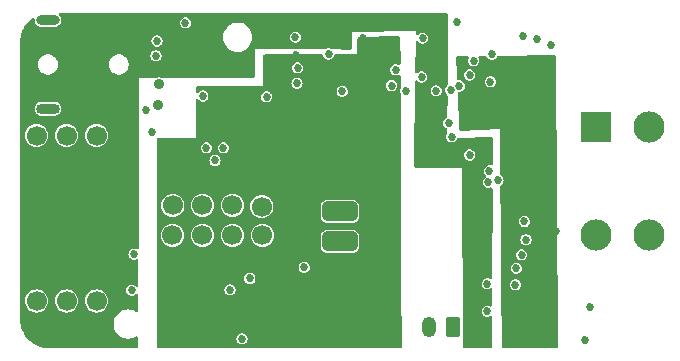
<source format=gbr>
%TF.GenerationSoftware,KiCad,Pcbnew,8.0.4*%
%TF.CreationDate,2025-03-23T22:29:41-04:00*%
%TF.ProjectId,wsg3.0,77736733-2e30-42e6-9b69-6361645f7063,rev?*%
%TF.SameCoordinates,Original*%
%TF.FileFunction,Copper,L3,Inr*%
%TF.FilePolarity,Positive*%
%FSLAX46Y46*%
G04 Gerber Fmt 4.6, Leading zero omitted, Abs format (unit mm)*
G04 Created by KiCad (PCBNEW 8.0.4) date 2025-03-23 22:29:41*
%MOMM*%
%LPD*%
G01*
G04 APERTURE LIST*
G04 Aperture macros list*
%AMRoundRect*
0 Rectangle with rounded corners*
0 $1 Rounding radius*
0 $2 $3 $4 $5 $6 $7 $8 $9 X,Y pos of 4 corners*
0 Add a 4 corners polygon primitive as box body*
4,1,4,$2,$3,$4,$5,$6,$7,$8,$9,$2,$3,0*
0 Add four circle primitives for the rounded corners*
1,1,$1+$1,$2,$3*
1,1,$1+$1,$4,$5*
1,1,$1+$1,$6,$7*
1,1,$1+$1,$8,$9*
0 Add four rect primitives between the rounded corners*
20,1,$1+$1,$2,$3,$4,$5,0*
20,1,$1+$1,$4,$5,$6,$7,0*
20,1,$1+$1,$6,$7,$8,$9,0*
20,1,$1+$1,$8,$9,$2,$3,0*%
G04 Aperture macros list end*
%TA.AperFunction,ComponentPad*%
%ADD10C,1.700000*%
%TD*%
%TA.AperFunction,ComponentPad*%
%ADD11R,2.640000X2.640000*%
%TD*%
%TA.AperFunction,ComponentPad*%
%ADD12C,2.640000*%
%TD*%
%TA.AperFunction,ComponentPad*%
%ADD13RoundRect,0.250000X0.350000X0.625000X-0.350000X0.625000X-0.350000X-0.625000X0.350000X-0.625000X0*%
%TD*%
%TA.AperFunction,ComponentPad*%
%ADD14O,1.200000X1.750000*%
%TD*%
%TA.AperFunction,ComponentPad*%
%ADD15RoundRect,0.425000X-1.075000X-0.425000X1.075000X-0.425000X1.075000X0.425000X-1.075000X0.425000X0*%
%TD*%
%TA.AperFunction,ComponentPad*%
%ADD16O,2.000000X0.822200*%
%TD*%
%TA.AperFunction,ComponentPad*%
%ADD17O,2.000000X0.898400*%
%TD*%
%TA.AperFunction,ViaPad*%
%ADD18C,0.685800*%
%TD*%
%TA.AperFunction,ViaPad*%
%ADD19C,0.889000*%
%TD*%
G04 APERTURE END LIST*
D10*
%TO.N,USB_D-*%
%TO.C,J3*%
X1480000Y-24490000D03*
%TO.N,GNDA*%
X4020000Y-24490000D03*
%TO.N,USB_D+*%
X6560000Y-24490000D03*
%TO.N,GNDA*%
X1480000Y-10490000D03*
%TO.N,5V USB*%
X4020000Y-10490000D03*
%TO.N,Net-(J3-CC)*%
X6560000Y-10490000D03*
%TD*%
D11*
%TO.N,S+*%
%TO.C,J1*%
X48850000Y-9750000D03*
D12*
%TO.N,S-*%
X53300000Y-9750000D03*
%TO.N,Gage Excitation*%
X53300000Y-18870000D03*
%TO.N,GNDA*%
X48850000Y-18870000D03*
%TD*%
D13*
%TO.N,BAT-*%
%TO.C,J4*%
X36740000Y-26670000D03*
D14*
%TO.N,BAT+*%
X34740000Y-26670000D03*
%TD*%
D15*
%TO.N,GNDA*%
%TO.C,U1*%
X27161700Y-16916400D03*
%TO.N,BAT+*%
X27161700Y-19456400D03*
D10*
%TO.N,unconnected-(U1-MTDO-Pad17)*%
X12988500Y-18948400D03*
%TO.N,unconnected-(U1-MTDI-Pad18)*%
X13016500Y-16408400D03*
%TO.N,unconnected-(U1-GND-Pad19)*%
X15528500Y-18948400D03*
%TO.N,unconnected-(U1-EN-Pad20)*%
X15528500Y-16408400D03*
%TO.N,unconnected-(U1-MTCK-Pad21)*%
X18068500Y-18948400D03*
%TO.N,unconnected-(U1-MTMS-Pad22)*%
X18068500Y-16408400D03*
%TO.N,unconnected-(U1-3v3-Pad23)*%
X20608500Y-18948400D03*
%TO.N,unconnected-(U1-BOOT-Pad24)*%
X20551700Y-16501000D03*
%TD*%
D16*
%TO.N,unconnected-(J2-PadMH1)*%
%TO.C,J2*%
X2440000Y-720000D03*
D17*
%TO.N,unconnected-(J2-PadMH2)*%
X2440000Y-8220000D03*
%TD*%
D18*
%TO.N,GNDA*%
X36530000Y-6640000D03*
X35310000Y-6710000D03*
X15860000Y-11530000D03*
X39740000Y-14450000D03*
X26200000Y-3585000D03*
X42550000Y-20590000D03*
X10750000Y-8300000D03*
X11590000Y-3730000D03*
X42100000Y-21720000D03*
X42030000Y-23110000D03*
X11670000Y-2480000D03*
X37280000Y-6290000D03*
X42920000Y-19310000D03*
X23596600Y-4760000D03*
X9540000Y-23580000D03*
X42780000Y-17760000D03*
X43810000Y-2290000D03*
X39660000Y-25370000D03*
X40540000Y-14260000D03*
X39810000Y-13470000D03*
X38490000Y-4136900D03*
X39640000Y-23030000D03*
X39906100Y-5930000D03*
X16590000Y-12600000D03*
X40050000Y-3610000D03*
X14090000Y-950000D03*
X36620000Y-10580000D03*
X17300000Y-11530000D03*
X47950000Y-27790000D03*
%TO.N,5V5*%
X9290000Y-12310000D03*
X16310000Y-4540000D03*
X39370000Y-19700000D03*
X39700000Y-24150000D03*
X39650000Y-26760000D03*
X35850000Y-890000D03*
X39180000Y-16200000D03*
%TO.N,DAC Bias*%
X38150000Y-5360000D03*
X42625000Y-2095000D03*
X38160000Y-12140000D03*
%TO.N,3V3*%
X31913400Y-2480000D03*
X32000000Y-16190000D03*
X19030000Y-11550000D03*
X29150000Y-3560000D03*
X19700000Y-12680000D03*
X29160000Y-2250000D03*
X23440000Y-3640000D03*
X21880000Y-27730000D03*
X18300000Y-12730000D03*
%TO.N,ADC DReady*%
X19540000Y-22590000D03*
X34160000Y-2240000D03*
%TO.N,MISO*%
X23540000Y-6066600D03*
X31884079Y-4925516D03*
%TO.N,CS-ADC*%
X34080000Y-5530000D03*
X24140000Y-21650000D03*
%TO.N,2V5 Lin*%
X45060000Y-2840000D03*
X48310000Y-25010000D03*
%TO.N,5V Lin*%
X41720000Y-5150000D03*
X39610000Y-9580000D03*
X39346900Y-7120000D03*
X45433900Y-18580000D03*
%TO.N,CS-MEM*%
X18870000Y-27700000D03*
X23390000Y-2150000D03*
%TO.N,Net-(PS2-FB)*%
X15560000Y-7140000D03*
X11250000Y-10200000D03*
%TO.N,CS-DAC*%
X36380000Y-9440000D03*
X17860000Y-23550000D03*
%TO.N,Net-(J3-CC)*%
X9730000Y-20530000D03*
D19*
%TO.N,BAT-*%
X11800000Y-7900000D03*
X11832994Y-6132994D03*
D18*
%TO.N,MOSI_ADC*%
X20953012Y-7214053D03*
X31548247Y-6252957D03*
%TO.N,SCLK_ADC*%
X32735000Y-6705000D03*
X27360000Y-6743400D03*
%TO.N,Gage Excitation*%
X37120000Y-910000D03*
%TD*%
%TA.AperFunction,Conductor*%
%TO.N,3V3*%
G36*
X32231208Y-2110978D02*
G01*
X32278109Y-2162766D01*
X32290469Y-2216276D01*
X32298614Y-4405206D01*
X32279179Y-4472318D01*
X32226546Y-4518269D01*
X32157425Y-4528470D01*
X32107576Y-4509983D01*
X32081498Y-4493224D01*
X31951713Y-4455116D01*
X31951712Y-4455116D01*
X31816446Y-4455116D01*
X31816445Y-4455116D01*
X31686659Y-4493224D01*
X31572867Y-4566354D01*
X31572862Y-4566358D01*
X31484288Y-4668577D01*
X31484282Y-4668587D01*
X31428092Y-4791622D01*
X31428091Y-4791627D01*
X31408842Y-4925516D01*
X31428091Y-5059404D01*
X31428092Y-5059409D01*
X31455381Y-5119161D01*
X31484284Y-5182449D01*
X31572865Y-5284676D01*
X31686658Y-5357807D01*
X31751552Y-5376861D01*
X31816445Y-5395916D01*
X31816446Y-5395916D01*
X31951712Y-5395916D01*
X32081497Y-5357808D01*
X32081497Y-5357807D01*
X32081500Y-5357807D01*
X32111436Y-5338568D01*
X32178473Y-5318883D01*
X32245512Y-5338566D01*
X32291268Y-5391369D01*
X32302474Y-5442422D01*
X32306349Y-6483811D01*
X32295146Y-6535780D01*
X32279012Y-6571110D01*
X32259763Y-6705000D01*
X32279012Y-6838888D01*
X32279013Y-6838893D01*
X32296801Y-6877841D01*
X32308006Y-6928892D01*
X32368902Y-23293071D01*
X32386909Y-28132291D01*
X32387838Y-28381789D01*
X32368403Y-28448901D01*
X32315770Y-28494852D01*
X32263839Y-28506250D01*
X11829255Y-28506250D01*
X11762216Y-28486565D01*
X11716461Y-28433761D01*
X11705255Y-28382427D01*
X11704282Y-27700000D01*
X18394763Y-27700000D01*
X18414012Y-27833888D01*
X18414013Y-27833893D01*
X18460571Y-27935838D01*
X18470205Y-27956933D01*
X18558786Y-28059160D01*
X18672579Y-28132291D01*
X18737473Y-28151345D01*
X18802366Y-28170400D01*
X18802367Y-28170400D01*
X18937633Y-28170400D01*
X19067421Y-28132291D01*
X19181214Y-28059160D01*
X19269795Y-27956933D01*
X19325987Y-27833890D01*
X19345237Y-27700000D01*
X19325987Y-27566110D01*
X19325986Y-27566109D01*
X19325986Y-27566106D01*
X19297891Y-27504588D01*
X19269795Y-27443067D01*
X19181214Y-27340840D01*
X19067421Y-27267709D01*
X19067420Y-27267708D01*
X19067419Y-27267708D01*
X18937634Y-27229600D01*
X18937633Y-27229600D01*
X18802367Y-27229600D01*
X18802366Y-27229600D01*
X18672580Y-27267708D01*
X18558788Y-27340838D01*
X18558783Y-27340842D01*
X18470209Y-27443061D01*
X18470203Y-27443071D01*
X18414013Y-27566106D01*
X18414012Y-27566111D01*
X18394763Y-27700000D01*
X11704282Y-27700000D01*
X11699035Y-24020400D01*
X11698364Y-23550000D01*
X17384763Y-23550000D01*
X17404012Y-23683888D01*
X17404013Y-23683893D01*
X17450571Y-23785838D01*
X17460205Y-23806933D01*
X17548786Y-23909160D01*
X17662579Y-23982291D01*
X17727473Y-24001345D01*
X17792366Y-24020400D01*
X17792367Y-24020400D01*
X17927633Y-24020400D01*
X18057421Y-23982291D01*
X18171214Y-23909160D01*
X18259795Y-23806933D01*
X18315987Y-23683890D01*
X18335237Y-23550000D01*
X18315987Y-23416110D01*
X18315986Y-23416109D01*
X18315986Y-23416106D01*
X18287891Y-23354588D01*
X18259795Y-23293067D01*
X18171214Y-23190840D01*
X18057421Y-23117709D01*
X18057420Y-23117708D01*
X18057419Y-23117708D01*
X17927634Y-23079600D01*
X17927633Y-23079600D01*
X17792367Y-23079600D01*
X17792366Y-23079600D01*
X17662580Y-23117708D01*
X17548788Y-23190838D01*
X17548783Y-23190842D01*
X17460209Y-23293061D01*
X17460203Y-23293071D01*
X17404013Y-23416106D01*
X17404012Y-23416111D01*
X17384763Y-23550000D01*
X11698364Y-23550000D01*
X11696995Y-22590000D01*
X19064763Y-22590000D01*
X19084012Y-22723888D01*
X19084013Y-22723893D01*
X19130571Y-22825838D01*
X19140205Y-22846933D01*
X19228786Y-22949160D01*
X19342579Y-23022291D01*
X19407473Y-23041345D01*
X19472366Y-23060400D01*
X19472367Y-23060400D01*
X19607633Y-23060400D01*
X19737421Y-23022291D01*
X19851214Y-22949160D01*
X19939795Y-22846933D01*
X19995987Y-22723890D01*
X20015237Y-22590000D01*
X19995987Y-22456110D01*
X19995986Y-22456109D01*
X19995986Y-22456106D01*
X19967891Y-22394588D01*
X19939795Y-22333067D01*
X19851214Y-22230840D01*
X19737421Y-22157709D01*
X19737420Y-22157708D01*
X19737419Y-22157708D01*
X19607634Y-22119600D01*
X19607633Y-22119600D01*
X19472367Y-22119600D01*
X19472366Y-22119600D01*
X19342580Y-22157708D01*
X19228788Y-22230838D01*
X19228783Y-22230842D01*
X19140209Y-22333061D01*
X19140203Y-22333071D01*
X19084013Y-22456106D01*
X19084012Y-22456111D01*
X19064763Y-22590000D01*
X11696995Y-22590000D01*
X11695655Y-21650000D01*
X23664763Y-21650000D01*
X23684012Y-21783888D01*
X23684013Y-21783893D01*
X23730571Y-21885838D01*
X23740205Y-21906933D01*
X23828786Y-22009160D01*
X23942579Y-22082291D01*
X24007473Y-22101345D01*
X24072366Y-22120400D01*
X24072367Y-22120400D01*
X24207633Y-22120400D01*
X24337421Y-22082291D01*
X24451214Y-22009160D01*
X24539795Y-21906933D01*
X24595987Y-21783890D01*
X24615237Y-21650000D01*
X24595987Y-21516110D01*
X24595986Y-21516109D01*
X24595986Y-21516106D01*
X24567891Y-21454588D01*
X24539795Y-21393067D01*
X24451214Y-21290840D01*
X24337421Y-21217709D01*
X24337420Y-21217708D01*
X24337419Y-21217708D01*
X24207634Y-21179600D01*
X24207633Y-21179600D01*
X24072367Y-21179600D01*
X24072366Y-21179600D01*
X23942580Y-21217708D01*
X23828788Y-21290838D01*
X23828783Y-21290842D01*
X23740209Y-21393061D01*
X23740203Y-21393071D01*
X23684013Y-21516106D01*
X23684012Y-21516111D01*
X23664763Y-21650000D01*
X11695655Y-21650000D01*
X11691803Y-18948400D01*
X12006270Y-18948400D01*
X12025143Y-19140026D01*
X12081038Y-19324284D01*
X12171802Y-19494092D01*
X12171806Y-19494099D01*
X12293958Y-19642941D01*
X12442800Y-19765093D01*
X12442807Y-19765097D01*
X12612615Y-19855861D01*
X12612617Y-19855862D01*
X12796876Y-19911757D01*
X12988500Y-19930630D01*
X13180124Y-19911757D01*
X13364383Y-19855862D01*
X13534198Y-19765094D01*
X13683041Y-19642941D01*
X13805194Y-19494098D01*
X13895962Y-19324283D01*
X13951857Y-19140024D01*
X13970730Y-18948400D01*
X14546270Y-18948400D01*
X14565143Y-19140026D01*
X14621038Y-19324284D01*
X14711802Y-19494092D01*
X14711806Y-19494099D01*
X14833958Y-19642941D01*
X14982800Y-19765093D01*
X14982807Y-19765097D01*
X15152615Y-19855861D01*
X15152617Y-19855862D01*
X15336876Y-19911757D01*
X15528500Y-19930630D01*
X15720124Y-19911757D01*
X15904383Y-19855862D01*
X16074198Y-19765094D01*
X16223041Y-19642941D01*
X16345194Y-19494098D01*
X16435962Y-19324283D01*
X16491857Y-19140024D01*
X16510730Y-18948400D01*
X17086270Y-18948400D01*
X17105143Y-19140026D01*
X17161038Y-19324284D01*
X17251802Y-19494092D01*
X17251806Y-19494099D01*
X17373958Y-19642941D01*
X17522800Y-19765093D01*
X17522807Y-19765097D01*
X17692615Y-19855861D01*
X17692617Y-19855862D01*
X17876876Y-19911757D01*
X18068500Y-19930630D01*
X18260124Y-19911757D01*
X18444383Y-19855862D01*
X18614198Y-19765094D01*
X18763041Y-19642941D01*
X18885194Y-19494098D01*
X18975962Y-19324283D01*
X19031857Y-19140024D01*
X19050730Y-18948400D01*
X19626270Y-18948400D01*
X19645143Y-19140026D01*
X19701038Y-19324284D01*
X19791802Y-19494092D01*
X19791806Y-19494099D01*
X19913958Y-19642941D01*
X20062800Y-19765093D01*
X20062807Y-19765097D01*
X20232615Y-19855861D01*
X20232617Y-19855862D01*
X20416876Y-19911757D01*
X20608500Y-19930630D01*
X20800124Y-19911757D01*
X20984383Y-19855862D01*
X21154198Y-19765094D01*
X21303041Y-19642941D01*
X21425194Y-19494098D01*
X21515962Y-19324283D01*
X21571857Y-19140024D01*
X21586815Y-18988148D01*
X25534200Y-18988148D01*
X25534200Y-19924643D01*
X25544862Y-20013440D01*
X25600579Y-20154731D01*
X25600580Y-20154732D01*
X25692351Y-20275749D01*
X25813368Y-20367520D01*
X25954658Y-20423237D01*
X26043449Y-20433900D01*
X28279950Y-20433899D01*
X28368742Y-20423237D01*
X28510032Y-20367520D01*
X28631049Y-20275749D01*
X28722820Y-20154732D01*
X28778537Y-20013442D01*
X28789200Y-19924651D01*
X28789199Y-18988150D01*
X28778537Y-18899358D01*
X28722820Y-18758068D01*
X28631049Y-18637051D01*
X28510032Y-18545280D01*
X28368742Y-18489563D01*
X28368741Y-18489562D01*
X28368740Y-18489562D01*
X28279951Y-18478900D01*
X26043456Y-18478900D01*
X25954659Y-18489562D01*
X25813368Y-18545279D01*
X25692351Y-18637051D01*
X25600580Y-18758067D01*
X25544862Y-18899359D01*
X25534200Y-18988148D01*
X21586815Y-18988148D01*
X21590730Y-18948400D01*
X21571857Y-18756776D01*
X21515962Y-18572517D01*
X21425194Y-18402702D01*
X21425193Y-18402700D01*
X21303041Y-18253858D01*
X21154199Y-18131706D01*
X21154192Y-18131702D01*
X20984384Y-18040938D01*
X20800126Y-17985043D01*
X20608500Y-17966170D01*
X20416873Y-17985043D01*
X20232615Y-18040938D01*
X20062807Y-18131702D01*
X20062800Y-18131706D01*
X19913958Y-18253858D01*
X19791806Y-18402700D01*
X19791802Y-18402707D01*
X19701038Y-18572515D01*
X19645143Y-18756773D01*
X19626270Y-18948400D01*
X19050730Y-18948400D01*
X19031857Y-18756776D01*
X18975962Y-18572517D01*
X18885194Y-18402702D01*
X18885193Y-18402700D01*
X18763041Y-18253858D01*
X18614199Y-18131706D01*
X18614192Y-18131702D01*
X18444384Y-18040938D01*
X18260126Y-17985043D01*
X18068500Y-17966170D01*
X17876873Y-17985043D01*
X17692615Y-18040938D01*
X17522807Y-18131702D01*
X17522800Y-18131706D01*
X17373958Y-18253858D01*
X17251806Y-18402700D01*
X17251802Y-18402707D01*
X17161038Y-18572515D01*
X17105143Y-18756773D01*
X17086270Y-18948400D01*
X16510730Y-18948400D01*
X16491857Y-18756776D01*
X16435962Y-18572517D01*
X16345194Y-18402702D01*
X16345193Y-18402700D01*
X16223041Y-18253858D01*
X16074199Y-18131706D01*
X16074192Y-18131702D01*
X15904384Y-18040938D01*
X15720126Y-17985043D01*
X15528500Y-17966170D01*
X15336873Y-17985043D01*
X15152615Y-18040938D01*
X14982807Y-18131702D01*
X14982800Y-18131706D01*
X14833958Y-18253858D01*
X14711806Y-18402700D01*
X14711802Y-18402707D01*
X14621038Y-18572515D01*
X14565143Y-18756773D01*
X14546270Y-18948400D01*
X13970730Y-18948400D01*
X13951857Y-18756776D01*
X13895962Y-18572517D01*
X13805194Y-18402702D01*
X13805193Y-18402700D01*
X13683041Y-18253858D01*
X13534199Y-18131706D01*
X13534192Y-18131702D01*
X13364384Y-18040938D01*
X13180126Y-17985043D01*
X12988500Y-17966170D01*
X12796873Y-17985043D01*
X12612615Y-18040938D01*
X12442807Y-18131702D01*
X12442800Y-18131706D01*
X12293958Y-18253858D01*
X12171806Y-18402700D01*
X12171802Y-18402707D01*
X12081038Y-18572515D01*
X12025143Y-18756773D01*
X12006270Y-18948400D01*
X11691803Y-18948400D01*
X11688182Y-16408400D01*
X12034270Y-16408400D01*
X12053143Y-16600026D01*
X12109038Y-16784284D01*
X12199802Y-16954092D01*
X12199806Y-16954099D01*
X12321958Y-17102941D01*
X12470800Y-17225093D01*
X12470807Y-17225097D01*
X12640615Y-17315861D01*
X12640617Y-17315862D01*
X12824876Y-17371757D01*
X13016500Y-17390630D01*
X13208124Y-17371757D01*
X13392383Y-17315862D01*
X13562198Y-17225094D01*
X13711041Y-17102941D01*
X13833194Y-16954098D01*
X13923962Y-16784283D01*
X13979857Y-16600024D01*
X13998730Y-16408400D01*
X14546270Y-16408400D01*
X14565143Y-16600026D01*
X14621038Y-16784284D01*
X14711802Y-16954092D01*
X14711806Y-16954099D01*
X14833958Y-17102941D01*
X14982800Y-17225093D01*
X14982807Y-17225097D01*
X15152615Y-17315861D01*
X15152617Y-17315862D01*
X15336876Y-17371757D01*
X15528500Y-17390630D01*
X15720124Y-17371757D01*
X15904383Y-17315862D01*
X16074198Y-17225094D01*
X16223041Y-17102941D01*
X16345194Y-16954098D01*
X16435962Y-16784283D01*
X16491857Y-16600024D01*
X16510730Y-16408400D01*
X17086270Y-16408400D01*
X17105143Y-16600026D01*
X17161038Y-16784284D01*
X17251802Y-16954092D01*
X17251806Y-16954099D01*
X17373958Y-17102941D01*
X17522800Y-17225093D01*
X17522807Y-17225097D01*
X17692615Y-17315861D01*
X17692617Y-17315862D01*
X17876876Y-17371757D01*
X18068500Y-17390630D01*
X18260124Y-17371757D01*
X18444383Y-17315862D01*
X18614198Y-17225094D01*
X18763041Y-17102941D01*
X18885194Y-16954098D01*
X18975962Y-16784283D01*
X19031857Y-16600024D01*
X19041610Y-16501000D01*
X19569470Y-16501000D01*
X19588343Y-16692626D01*
X19644238Y-16876884D01*
X19735002Y-17046692D01*
X19735006Y-17046699D01*
X19857158Y-17195541D01*
X20006000Y-17317693D01*
X20006007Y-17317697D01*
X20175815Y-17408461D01*
X20175817Y-17408462D01*
X20360076Y-17464357D01*
X20551700Y-17483230D01*
X20743324Y-17464357D01*
X20927583Y-17408462D01*
X21097398Y-17317694D01*
X21246241Y-17195541D01*
X21368394Y-17046698D01*
X21459162Y-16876883D01*
X21515057Y-16692624D01*
X21533930Y-16501000D01*
X21528725Y-16448148D01*
X25534200Y-16448148D01*
X25534200Y-17384643D01*
X25544862Y-17473440D01*
X25600579Y-17614731D01*
X25600580Y-17614732D01*
X25692351Y-17735749D01*
X25813368Y-17827520D01*
X25954658Y-17883237D01*
X26043449Y-17893900D01*
X28279950Y-17893899D01*
X28368742Y-17883237D01*
X28510032Y-17827520D01*
X28631049Y-17735749D01*
X28722820Y-17614732D01*
X28778537Y-17473442D01*
X28789200Y-17384651D01*
X28789199Y-16448150D01*
X28778537Y-16359358D01*
X28722820Y-16218068D01*
X28631049Y-16097051D01*
X28510032Y-16005280D01*
X28368742Y-15949563D01*
X28368741Y-15949562D01*
X28368740Y-15949562D01*
X28279951Y-15938900D01*
X26043456Y-15938900D01*
X25954659Y-15949562D01*
X25813368Y-16005279D01*
X25692351Y-16097051D01*
X25600580Y-16218067D01*
X25544862Y-16359359D01*
X25534200Y-16448148D01*
X21528725Y-16448148D01*
X21515057Y-16309376D01*
X21459162Y-16125117D01*
X21459161Y-16125115D01*
X21368397Y-15955307D01*
X21368393Y-15955300D01*
X21246241Y-15806458D01*
X21097399Y-15684306D01*
X21097392Y-15684302D01*
X20927584Y-15593538D01*
X20743326Y-15537643D01*
X20551700Y-15518770D01*
X20360073Y-15537643D01*
X20175815Y-15593538D01*
X20006007Y-15684302D01*
X20006000Y-15684306D01*
X19857158Y-15806458D01*
X19735006Y-15955300D01*
X19735002Y-15955307D01*
X19644238Y-16125115D01*
X19588343Y-16309373D01*
X19569470Y-16501000D01*
X19041610Y-16501000D01*
X19050730Y-16408400D01*
X19031857Y-16216776D01*
X18975962Y-16032517D01*
X18961403Y-16005279D01*
X18885197Y-15862707D01*
X18885193Y-15862700D01*
X18763041Y-15713858D01*
X18614199Y-15591706D01*
X18614192Y-15591702D01*
X18444384Y-15500938D01*
X18260126Y-15445043D01*
X18068500Y-15426170D01*
X17876873Y-15445043D01*
X17692615Y-15500938D01*
X17522807Y-15591702D01*
X17522800Y-15591706D01*
X17373958Y-15713858D01*
X17251806Y-15862700D01*
X17251802Y-15862707D01*
X17161038Y-16032515D01*
X17105143Y-16216773D01*
X17086270Y-16408400D01*
X16510730Y-16408400D01*
X16491857Y-16216776D01*
X16435962Y-16032517D01*
X16421403Y-16005279D01*
X16345197Y-15862707D01*
X16345193Y-15862700D01*
X16223041Y-15713858D01*
X16074199Y-15591706D01*
X16074192Y-15591702D01*
X15904384Y-15500938D01*
X15720126Y-15445043D01*
X15528500Y-15426170D01*
X15336873Y-15445043D01*
X15152615Y-15500938D01*
X14982807Y-15591702D01*
X14982800Y-15591706D01*
X14833958Y-15713858D01*
X14711806Y-15862700D01*
X14711802Y-15862707D01*
X14621038Y-16032515D01*
X14565143Y-16216773D01*
X14546270Y-16408400D01*
X13998730Y-16408400D01*
X13979857Y-16216776D01*
X13923962Y-16032517D01*
X13909403Y-16005279D01*
X13833197Y-15862707D01*
X13833193Y-15862700D01*
X13711041Y-15713858D01*
X13562199Y-15591706D01*
X13562192Y-15591702D01*
X13392384Y-15500938D01*
X13208126Y-15445043D01*
X13016500Y-15426170D01*
X12824873Y-15445043D01*
X12640615Y-15500938D01*
X12470807Y-15591702D01*
X12470800Y-15591706D01*
X12321958Y-15713858D01*
X12199806Y-15862700D01*
X12199802Y-15862707D01*
X12109038Y-16032515D01*
X12053143Y-16216773D01*
X12034270Y-16408400D01*
X11688182Y-16408400D01*
X11682752Y-12600000D01*
X16114763Y-12600000D01*
X16134012Y-12733888D01*
X16134013Y-12733893D01*
X16180571Y-12835838D01*
X16190205Y-12856933D01*
X16278786Y-12959160D01*
X16392579Y-13032291D01*
X16457473Y-13051345D01*
X16522366Y-13070400D01*
X16522367Y-13070400D01*
X16657633Y-13070400D01*
X16787421Y-13032291D01*
X16901214Y-12959160D01*
X16989795Y-12856933D01*
X17045987Y-12733890D01*
X17065237Y-12600000D01*
X17045987Y-12466110D01*
X17045986Y-12466109D01*
X17045986Y-12466106D01*
X17017891Y-12404588D01*
X16989795Y-12343067D01*
X16901214Y-12240840D01*
X16787421Y-12167709D01*
X16787420Y-12167708D01*
X16787419Y-12167708D01*
X16657634Y-12129600D01*
X16657633Y-12129600D01*
X16522367Y-12129600D01*
X16522366Y-12129600D01*
X16392580Y-12167708D01*
X16278788Y-12240838D01*
X16278783Y-12240842D01*
X16190209Y-12343061D01*
X16190203Y-12343071D01*
X16134013Y-12466106D01*
X16134012Y-12466111D01*
X16114763Y-12600000D01*
X11682752Y-12600000D01*
X11681226Y-11530000D01*
X15384763Y-11530000D01*
X15404012Y-11663888D01*
X15404013Y-11663893D01*
X15450571Y-11765838D01*
X15460205Y-11786933D01*
X15548786Y-11889160D01*
X15662579Y-11962291D01*
X15727473Y-11981345D01*
X15792366Y-12000400D01*
X15792367Y-12000400D01*
X15927633Y-12000400D01*
X16057421Y-11962291D01*
X16171214Y-11889160D01*
X16259795Y-11786933D01*
X16315987Y-11663890D01*
X16335237Y-11530000D01*
X16824763Y-11530000D01*
X16844012Y-11663888D01*
X16844013Y-11663893D01*
X16890571Y-11765838D01*
X16900205Y-11786933D01*
X16988786Y-11889160D01*
X17102579Y-11962291D01*
X17167473Y-11981345D01*
X17232366Y-12000400D01*
X17232367Y-12000400D01*
X17367633Y-12000400D01*
X17497421Y-11962291D01*
X17611214Y-11889160D01*
X17699795Y-11786933D01*
X17755987Y-11663890D01*
X17775237Y-11530000D01*
X17755987Y-11396110D01*
X17755986Y-11396109D01*
X17755986Y-11396106D01*
X17727891Y-11334588D01*
X17699795Y-11273067D01*
X17611214Y-11170840D01*
X17497421Y-11097709D01*
X17497420Y-11097708D01*
X17497419Y-11097708D01*
X17367634Y-11059600D01*
X17367633Y-11059600D01*
X17232367Y-11059600D01*
X17232366Y-11059600D01*
X17102580Y-11097708D01*
X16988788Y-11170838D01*
X16988783Y-11170842D01*
X16900209Y-11273061D01*
X16900203Y-11273071D01*
X16844013Y-11396106D01*
X16844012Y-11396111D01*
X16824763Y-11530000D01*
X16335237Y-11530000D01*
X16315987Y-11396110D01*
X16315986Y-11396109D01*
X16315986Y-11396106D01*
X16287891Y-11334588D01*
X16259795Y-11273067D01*
X16171214Y-11170840D01*
X16057421Y-11097709D01*
X16057420Y-11097708D01*
X16057419Y-11097708D01*
X15927634Y-11059600D01*
X15927633Y-11059600D01*
X15792367Y-11059600D01*
X15792366Y-11059600D01*
X15662580Y-11097708D01*
X15548788Y-11170838D01*
X15548783Y-11170842D01*
X15460209Y-11273061D01*
X15460203Y-11273071D01*
X15404013Y-11396106D01*
X15404012Y-11396111D01*
X15384763Y-11530000D01*
X11681226Y-11530000D01*
X11680178Y-10794938D01*
X11699767Y-10727871D01*
X11752506Y-10682041D01*
X11804935Y-10670764D01*
X14950000Y-10690000D01*
X14964585Y-7503061D01*
X14984576Y-7436115D01*
X15037589Y-7390602D01*
X15106793Y-7380975D01*
X15170215Y-7410291D01*
X15182296Y-7422428D01*
X15248783Y-7499157D01*
X15248786Y-7499160D01*
X15362579Y-7572291D01*
X15427473Y-7591345D01*
X15492366Y-7610400D01*
X15492367Y-7610400D01*
X15627633Y-7610400D01*
X15757421Y-7572291D01*
X15871214Y-7499160D01*
X15959795Y-7396933D01*
X16015987Y-7273890D01*
X16024590Y-7214053D01*
X20477775Y-7214053D01*
X20497024Y-7347941D01*
X20497025Y-7347946D01*
X20525498Y-7410291D01*
X20553217Y-7470986D01*
X20553220Y-7470989D01*
X20553221Y-7470991D01*
X20577627Y-7499157D01*
X20641798Y-7573213D01*
X20755591Y-7646344D01*
X20820485Y-7665398D01*
X20885378Y-7684453D01*
X20885379Y-7684453D01*
X21020645Y-7684453D01*
X21150433Y-7646344D01*
X21264226Y-7573213D01*
X21352807Y-7470986D01*
X21408999Y-7347943D01*
X21428249Y-7214053D01*
X21408999Y-7080163D01*
X21408998Y-7080162D01*
X21408998Y-7080159D01*
X21372539Y-7000328D01*
X21352807Y-6957120D01*
X21283636Y-6877293D01*
X21264228Y-6854895D01*
X21264223Y-6854891D01*
X21239322Y-6838888D01*
X21150433Y-6781762D01*
X21150432Y-6781761D01*
X21150431Y-6781761D01*
X21020646Y-6743653D01*
X21020645Y-6743653D01*
X20885379Y-6743653D01*
X20885378Y-6743653D01*
X20755592Y-6781761D01*
X20641800Y-6854891D01*
X20641795Y-6854895D01*
X20553221Y-6957114D01*
X20553215Y-6957124D01*
X20497025Y-7080159D01*
X20497024Y-7080164D01*
X20477775Y-7214053D01*
X16024590Y-7214053D01*
X16035237Y-7140000D01*
X16015987Y-7006110D01*
X16015986Y-7006109D01*
X16015986Y-7006106D01*
X15987891Y-6944588D01*
X15959795Y-6883067D01*
X15954789Y-6877290D01*
X15871216Y-6780842D01*
X15871211Y-6780838D01*
X15812957Y-6743400D01*
X26884763Y-6743400D01*
X26904012Y-6877288D01*
X26904013Y-6877293D01*
X26940467Y-6957114D01*
X26960205Y-7000333D01*
X26960208Y-7000336D01*
X26960209Y-7000338D01*
X27029379Y-7080164D01*
X27048786Y-7102560D01*
X27162579Y-7175691D01*
X27227473Y-7194745D01*
X27292366Y-7213800D01*
X27292367Y-7213800D01*
X27427633Y-7213800D01*
X27557421Y-7175691D01*
X27671214Y-7102560D01*
X27759795Y-7000333D01*
X27813349Y-6883067D01*
X27815986Y-6877293D01*
X27815987Y-6877288D01*
X27835237Y-6743400D01*
X27815987Y-6609510D01*
X27815986Y-6609509D01*
X27815986Y-6609506D01*
X27782873Y-6537000D01*
X27759795Y-6486467D01*
X27726521Y-6448067D01*
X27671216Y-6384242D01*
X27671211Y-6384238D01*
X27586640Y-6329887D01*
X27557421Y-6311109D01*
X27557420Y-6311108D01*
X27557419Y-6311108D01*
X27427634Y-6273000D01*
X27427633Y-6273000D01*
X27292367Y-6273000D01*
X27292366Y-6273000D01*
X27162580Y-6311108D01*
X27048788Y-6384238D01*
X27048783Y-6384242D01*
X26960209Y-6486461D01*
X26960203Y-6486471D01*
X26904013Y-6609506D01*
X26904012Y-6609511D01*
X26884763Y-6743400D01*
X15812957Y-6743400D01*
X15757421Y-6707709D01*
X15757420Y-6707708D01*
X15757419Y-6707708D01*
X15627634Y-6669600D01*
X15627633Y-6669600D01*
X15492367Y-6669600D01*
X15492366Y-6669600D01*
X15362580Y-6707708D01*
X15248788Y-6780838D01*
X15248787Y-6780839D01*
X15185642Y-6853711D01*
X15126864Y-6891484D01*
X15056994Y-6891484D01*
X14998216Y-6853709D01*
X14969192Y-6790153D01*
X14967931Y-6771947D01*
X14969440Y-6442347D01*
X14989432Y-6375400D01*
X15042444Y-6329887D01*
X15092345Y-6318921D01*
X20640000Y-6270000D01*
X20642303Y-6066600D01*
X23064763Y-6066600D01*
X23084012Y-6200488D01*
X23084013Y-6200493D01*
X23115757Y-6270000D01*
X23140205Y-6323533D01*
X23140208Y-6323536D01*
X23140209Y-6323538D01*
X23225061Y-6421462D01*
X23228786Y-6425760D01*
X23342579Y-6498891D01*
X23407473Y-6517945D01*
X23472366Y-6537000D01*
X23472367Y-6537000D01*
X23607633Y-6537000D01*
X23737421Y-6498891D01*
X23851214Y-6425760D01*
X23939795Y-6323533D01*
X23972026Y-6252957D01*
X31073010Y-6252957D01*
X31092259Y-6386845D01*
X31092260Y-6386850D01*
X31120218Y-6448067D01*
X31148452Y-6509890D01*
X31148455Y-6509893D01*
X31148456Y-6509895D01*
X31234774Y-6609511D01*
X31237033Y-6612117D01*
X31350826Y-6685248D01*
X31415720Y-6704302D01*
X31480613Y-6723357D01*
X31480614Y-6723357D01*
X31615880Y-6723357D01*
X31745668Y-6685248D01*
X31859461Y-6612117D01*
X31948042Y-6509890D01*
X32004234Y-6386847D01*
X32023484Y-6252957D01*
X32004234Y-6119067D01*
X32004233Y-6119066D01*
X32004233Y-6119063D01*
X31976138Y-6057545D01*
X31948042Y-5996024D01*
X31937339Y-5983672D01*
X31859463Y-5893799D01*
X31859458Y-5893795D01*
X31836530Y-5879060D01*
X31745668Y-5820666D01*
X31745667Y-5820665D01*
X31745666Y-5820665D01*
X31615881Y-5782557D01*
X31615880Y-5782557D01*
X31480614Y-5782557D01*
X31480613Y-5782557D01*
X31350827Y-5820665D01*
X31237035Y-5893795D01*
X31237030Y-5893799D01*
X31148456Y-5996018D01*
X31148450Y-5996028D01*
X31092260Y-6119063D01*
X31092259Y-6119068D01*
X31073010Y-6252957D01*
X23972026Y-6252957D01*
X23995987Y-6200490D01*
X24015237Y-6066600D01*
X23995987Y-5932710D01*
X23995986Y-5932709D01*
X23995986Y-5932706D01*
X23967891Y-5871188D01*
X23939795Y-5809667D01*
X23851214Y-5707440D01*
X23737421Y-5634309D01*
X23737420Y-5634308D01*
X23737419Y-5634308D01*
X23607634Y-5596200D01*
X23607633Y-5596200D01*
X23472367Y-5596200D01*
X23472366Y-5596200D01*
X23342580Y-5634308D01*
X23228788Y-5707438D01*
X23228783Y-5707442D01*
X23140209Y-5809661D01*
X23140203Y-5809671D01*
X23084013Y-5932706D01*
X23084012Y-5932711D01*
X23064763Y-6066600D01*
X20642303Y-6066600D01*
X20657094Y-4760000D01*
X23121363Y-4760000D01*
X23140612Y-4893888D01*
X23140613Y-4893893D01*
X23187171Y-4995838D01*
X23196805Y-5016933D01*
X23196808Y-5016936D01*
X23196809Y-5016938D01*
X23233606Y-5059404D01*
X23285386Y-5119160D01*
X23399179Y-5192291D01*
X23464073Y-5211345D01*
X23528966Y-5230400D01*
X23528967Y-5230400D01*
X23664233Y-5230400D01*
X23794021Y-5192291D01*
X23907814Y-5119160D01*
X23996395Y-5016933D01*
X24040010Y-4921428D01*
X24052586Y-4893893D01*
X24052587Y-4893888D01*
X24071837Y-4760000D01*
X24052587Y-4626110D01*
X24052586Y-4626109D01*
X24052586Y-4626106D01*
X24024491Y-4564588D01*
X23996395Y-4503067D01*
X23907814Y-4400840D01*
X23794021Y-4327709D01*
X23794020Y-4327708D01*
X23794019Y-4327708D01*
X23664234Y-4289600D01*
X23664233Y-4289600D01*
X23528967Y-4289600D01*
X23528966Y-4289600D01*
X23399180Y-4327708D01*
X23285388Y-4400838D01*
X23285383Y-4400842D01*
X23196809Y-4503061D01*
X23196803Y-4503071D01*
X23140613Y-4626106D01*
X23140612Y-4626111D01*
X23121363Y-4760000D01*
X20657094Y-4760000D01*
X20668612Y-3742595D01*
X20689054Y-3675784D01*
X20742373Y-3630630D01*
X20792604Y-3620000D01*
X25622348Y-3620000D01*
X25689387Y-3639685D01*
X25735142Y-3692489D01*
X25740484Y-3710684D01*
X25741515Y-3710382D01*
X25744013Y-3718893D01*
X25790571Y-3820838D01*
X25800205Y-3841933D01*
X25888786Y-3944160D01*
X26002579Y-4017291D01*
X26067473Y-4036345D01*
X26132366Y-4055400D01*
X26132367Y-4055400D01*
X26267633Y-4055400D01*
X26397421Y-4017291D01*
X26511214Y-3944160D01*
X26599795Y-3841933D01*
X26655987Y-3718890D01*
X26655987Y-3718889D01*
X26658485Y-3710382D01*
X26661768Y-3711346D01*
X26683935Y-3662802D01*
X26742711Y-3625025D01*
X26777652Y-3620000D01*
X28620000Y-3620000D01*
X28638349Y-2289635D01*
X28658956Y-2222876D01*
X28712386Y-2177854D01*
X28759619Y-2167378D01*
X32163753Y-2092767D01*
X32231208Y-2110978D01*
G37*
%TD.AperFunction*%
%TD*%
%TA.AperFunction,Conductor*%
%TO.N,5V Lin*%
G36*
X45423603Y-3729818D02*
G01*
X45469483Y-3782514D01*
X45480808Y-3833480D01*
X45641499Y-28381438D01*
X45622254Y-28448605D01*
X45569751Y-28494705D01*
X45517502Y-28506250D01*
X41019579Y-28506250D01*
X40952540Y-28486565D01*
X40906785Y-28433761D01*
X40895585Y-28383512D01*
X40895564Y-28381438D01*
X40841921Y-23110000D01*
X41554763Y-23110000D01*
X41574012Y-23243888D01*
X41574013Y-23243893D01*
X41620571Y-23345838D01*
X41630205Y-23366933D01*
X41718786Y-23469160D01*
X41832579Y-23542291D01*
X41897473Y-23561345D01*
X41962366Y-23580400D01*
X41962367Y-23580400D01*
X42097633Y-23580400D01*
X42227421Y-23542291D01*
X42341214Y-23469160D01*
X42429795Y-23366933D01*
X42485987Y-23243890D01*
X42505237Y-23110000D01*
X42485987Y-22976110D01*
X42485986Y-22976109D01*
X42485986Y-22976106D01*
X42449452Y-22896110D01*
X42429795Y-22853067D01*
X42341214Y-22750840D01*
X42227421Y-22677709D01*
X42227420Y-22677708D01*
X42227419Y-22677708D01*
X42097634Y-22639600D01*
X42097633Y-22639600D01*
X41962367Y-22639600D01*
X41962366Y-22639600D01*
X41832580Y-22677708D01*
X41718788Y-22750838D01*
X41718783Y-22750842D01*
X41630209Y-22853061D01*
X41630203Y-22853071D01*
X41574013Y-22976106D01*
X41574012Y-22976111D01*
X41554763Y-23110000D01*
X40841921Y-23110000D01*
X40827776Y-21720000D01*
X41624763Y-21720000D01*
X41644012Y-21853888D01*
X41644013Y-21853893D01*
X41690571Y-21955838D01*
X41700205Y-21976933D01*
X41788786Y-22079160D01*
X41902579Y-22152291D01*
X41967473Y-22171345D01*
X42032366Y-22190400D01*
X42032367Y-22190400D01*
X42167633Y-22190400D01*
X42297421Y-22152291D01*
X42411214Y-22079160D01*
X42499795Y-21976933D01*
X42555987Y-21853890D01*
X42575237Y-21720000D01*
X42555987Y-21586110D01*
X42555986Y-21586109D01*
X42555986Y-21586106D01*
X42527891Y-21524588D01*
X42499795Y-21463067D01*
X42411214Y-21360840D01*
X42297421Y-21287709D01*
X42297420Y-21287708D01*
X42297419Y-21287708D01*
X42167634Y-21249600D01*
X42167633Y-21249600D01*
X42032367Y-21249600D01*
X42032366Y-21249600D01*
X41902580Y-21287708D01*
X41788788Y-21360838D01*
X41788783Y-21360842D01*
X41700209Y-21463061D01*
X41700203Y-21463071D01*
X41644013Y-21586106D01*
X41644012Y-21586111D01*
X41624763Y-21720000D01*
X40827776Y-21720000D01*
X40816277Y-20590000D01*
X42074763Y-20590000D01*
X42094012Y-20723888D01*
X42094013Y-20723893D01*
X42140571Y-20825838D01*
X42150205Y-20846933D01*
X42238786Y-20949160D01*
X42352579Y-21022291D01*
X42417473Y-21041345D01*
X42482366Y-21060400D01*
X42482367Y-21060400D01*
X42617633Y-21060400D01*
X42747421Y-21022291D01*
X42861214Y-20949160D01*
X42949795Y-20846933D01*
X43005987Y-20723890D01*
X43025237Y-20590000D01*
X43005987Y-20456110D01*
X43005986Y-20456109D01*
X43005986Y-20456106D01*
X42977891Y-20394588D01*
X42949795Y-20333067D01*
X42861214Y-20230840D01*
X42747421Y-20157709D01*
X42747420Y-20157708D01*
X42747419Y-20157708D01*
X42617634Y-20119600D01*
X42617633Y-20119600D01*
X42482367Y-20119600D01*
X42482366Y-20119600D01*
X42352580Y-20157708D01*
X42238788Y-20230838D01*
X42238783Y-20230842D01*
X42150209Y-20333061D01*
X42150203Y-20333071D01*
X42094013Y-20456106D01*
X42094012Y-20456111D01*
X42074763Y-20590000D01*
X40816277Y-20590000D01*
X40803251Y-19310000D01*
X42444763Y-19310000D01*
X42464012Y-19443888D01*
X42464013Y-19443893D01*
X42510571Y-19545838D01*
X42520205Y-19566933D01*
X42608786Y-19669160D01*
X42722579Y-19742291D01*
X42787473Y-19761345D01*
X42852366Y-19780400D01*
X42852367Y-19780400D01*
X42987633Y-19780400D01*
X43117421Y-19742291D01*
X43231214Y-19669160D01*
X43319795Y-19566933D01*
X43375987Y-19443890D01*
X43395237Y-19310000D01*
X43375987Y-19176110D01*
X43375986Y-19176109D01*
X43375986Y-19176106D01*
X43347891Y-19114588D01*
X43319795Y-19053067D01*
X43231214Y-18950840D01*
X43117421Y-18877709D01*
X43117420Y-18877708D01*
X43117419Y-18877708D01*
X42987634Y-18839600D01*
X42987633Y-18839600D01*
X42852367Y-18839600D01*
X42852366Y-18839600D01*
X42722580Y-18877708D01*
X42608788Y-18950838D01*
X42608783Y-18950842D01*
X42520209Y-19053061D01*
X42520203Y-19053071D01*
X42464013Y-19176106D01*
X42464012Y-19176111D01*
X42444763Y-19310000D01*
X40803251Y-19310000D01*
X40787478Y-17760000D01*
X42304763Y-17760000D01*
X42324012Y-17893888D01*
X42324013Y-17893893D01*
X42370571Y-17995838D01*
X42380205Y-18016933D01*
X42468786Y-18119160D01*
X42582579Y-18192291D01*
X42647473Y-18211345D01*
X42712366Y-18230400D01*
X42712367Y-18230400D01*
X42847633Y-18230400D01*
X42977421Y-18192291D01*
X43091214Y-18119160D01*
X43179795Y-18016933D01*
X43235987Y-17893890D01*
X43255237Y-17760000D01*
X43235987Y-17626110D01*
X43235986Y-17626109D01*
X43235986Y-17626106D01*
X43207891Y-17564588D01*
X43179795Y-17503067D01*
X43091214Y-17400840D01*
X42977421Y-17327709D01*
X42977420Y-17327708D01*
X42977419Y-17327708D01*
X42847634Y-17289600D01*
X42847633Y-17289600D01*
X42712367Y-17289600D01*
X42712366Y-17289600D01*
X42582580Y-17327708D01*
X42468788Y-17400838D01*
X42468783Y-17400842D01*
X42380209Y-17503061D01*
X42380203Y-17503071D01*
X42324013Y-17626106D01*
X42324012Y-17626111D01*
X42304763Y-17760000D01*
X40787478Y-17760000D01*
X40756835Y-14748785D01*
X40775836Y-14681552D01*
X40813786Y-14643213D01*
X40851214Y-14619160D01*
X40939795Y-14516933D01*
X40995987Y-14393890D01*
X41015237Y-14260000D01*
X40995987Y-14126110D01*
X40995986Y-14126109D01*
X40995986Y-14126106D01*
X40967891Y-14064588D01*
X40939795Y-14003067D01*
X40885493Y-13940400D01*
X40851216Y-13900842D01*
X40851215Y-13900841D01*
X40851214Y-13900840D01*
X40803801Y-13870369D01*
X40758046Y-13817565D01*
X40746847Y-13767316D01*
X40708004Y-9950253D01*
X40708003Y-9950253D01*
X37374269Y-10075337D01*
X37306539Y-10058180D01*
X37258836Y-10007128D01*
X37245694Y-9955717D01*
X37139435Y-6888693D01*
X37156787Y-6821013D01*
X37207975Y-6773457D01*
X37263361Y-6760400D01*
X37347633Y-6760400D01*
X37477421Y-6722291D01*
X37591214Y-6649160D01*
X37679795Y-6546933D01*
X37735987Y-6423890D01*
X37755237Y-6290000D01*
X37735987Y-6156110D01*
X37735986Y-6156109D01*
X37735986Y-6156106D01*
X37707891Y-6094588D01*
X37679795Y-6033067D01*
X37591214Y-5930840D01*
X37589907Y-5930000D01*
X39430863Y-5930000D01*
X39450112Y-6063888D01*
X39450113Y-6063893D01*
X39492229Y-6156111D01*
X39506305Y-6186933D01*
X39506308Y-6186936D01*
X39506309Y-6186938D01*
X39587676Y-6280840D01*
X39594886Y-6289160D01*
X39708679Y-6362291D01*
X39773573Y-6381345D01*
X39838466Y-6400400D01*
X39838467Y-6400400D01*
X39973733Y-6400400D01*
X40103521Y-6362291D01*
X40217314Y-6289160D01*
X40305895Y-6186933D01*
X40362087Y-6063890D01*
X40381337Y-5930000D01*
X40362087Y-5796110D01*
X40362086Y-5796109D01*
X40362086Y-5796106D01*
X40326945Y-5719160D01*
X40305895Y-5673067D01*
X40217314Y-5570840D01*
X40103521Y-5497709D01*
X40103520Y-5497708D01*
X40103519Y-5497708D01*
X39973734Y-5459600D01*
X39973733Y-5459600D01*
X39838467Y-5459600D01*
X39838466Y-5459600D01*
X39708680Y-5497708D01*
X39594888Y-5570838D01*
X39594883Y-5570842D01*
X39506309Y-5673061D01*
X39506303Y-5673071D01*
X39450113Y-5796106D01*
X39450112Y-5796111D01*
X39430863Y-5930000D01*
X37589907Y-5930000D01*
X37477421Y-5857709D01*
X37477420Y-5857708D01*
X37477419Y-5857708D01*
X37347634Y-5819600D01*
X37347633Y-5819600D01*
X37222174Y-5819600D01*
X37155135Y-5799915D01*
X37109380Y-5747111D01*
X37098248Y-5699893D01*
X37097319Y-5673071D01*
X37086472Y-5360000D01*
X37674763Y-5360000D01*
X37694012Y-5493888D01*
X37694013Y-5493893D01*
X37729154Y-5570838D01*
X37750205Y-5616933D01*
X37750208Y-5616936D01*
X37750209Y-5616938D01*
X37798845Y-5673067D01*
X37838786Y-5719160D01*
X37952579Y-5792291D01*
X38017473Y-5811345D01*
X38082366Y-5830400D01*
X38082367Y-5830400D01*
X38217633Y-5830400D01*
X38347421Y-5792291D01*
X38461214Y-5719160D01*
X38549795Y-5616933D01*
X38604243Y-5497709D01*
X38605986Y-5493893D01*
X38605987Y-5493888D01*
X38610917Y-5459600D01*
X38625237Y-5360000D01*
X38605987Y-5226110D01*
X38605986Y-5226109D01*
X38605986Y-5226106D01*
X38577891Y-5164588D01*
X38549795Y-5103067D01*
X38461214Y-5000840D01*
X38347421Y-4927709D01*
X38347420Y-4927708D01*
X38347419Y-4927708D01*
X38217634Y-4889600D01*
X38217633Y-4889600D01*
X38082367Y-4889600D01*
X38082366Y-4889600D01*
X37952580Y-4927708D01*
X37838788Y-5000838D01*
X37838783Y-5000842D01*
X37750209Y-5103061D01*
X37750203Y-5103071D01*
X37694013Y-5226106D01*
X37694012Y-5226111D01*
X37674763Y-5360000D01*
X37086472Y-5360000D01*
X37034434Y-3857988D01*
X37051786Y-3790309D01*
X37102974Y-3742753D01*
X37158063Y-3729696D01*
X37966465Y-3727783D01*
X38033549Y-3747309D01*
X38079429Y-3800005D01*
X38089536Y-3869140D01*
X38079551Y-3903295D01*
X38034013Y-4003006D01*
X38034012Y-4003011D01*
X38014763Y-4136900D01*
X38034012Y-4270788D01*
X38034013Y-4270793D01*
X38080571Y-4372738D01*
X38090205Y-4393833D01*
X38178786Y-4496060D01*
X38292579Y-4569191D01*
X38357473Y-4588245D01*
X38422366Y-4607300D01*
X38422367Y-4607300D01*
X38557633Y-4607300D01*
X38687421Y-4569191D01*
X38801214Y-4496060D01*
X38889795Y-4393833D01*
X38945987Y-4270790D01*
X38965237Y-4136900D01*
X38945987Y-4003010D01*
X38899317Y-3900818D01*
X38889374Y-3831663D01*
X38918398Y-3768107D01*
X38977176Y-3730332D01*
X39011815Y-3725309D01*
X39505013Y-3724141D01*
X39572096Y-3743667D01*
X39617976Y-3796363D01*
X39618098Y-3796629D01*
X39650205Y-3866933D01*
X39738786Y-3969160D01*
X39852579Y-4042291D01*
X39917473Y-4061345D01*
X39982366Y-4080400D01*
X39982367Y-4080400D01*
X40117633Y-4080400D01*
X40247421Y-4042291D01*
X40361214Y-3969160D01*
X40449795Y-3866933D01*
X40483081Y-3794046D01*
X40528834Y-3741245D01*
X40595578Y-3721560D01*
X45356518Y-3710292D01*
X45423603Y-3729818D01*
G37*
%TD.AperFunction*%
%TD*%
%TA.AperFunction,Conductor*%
%TO.N,5V5*%
G36*
X36264319Y-120185D02*
G01*
X36310074Y-172989D01*
X36321278Y-225223D01*
X36286598Y-6170272D01*
X36266523Y-6237196D01*
X36229642Y-6273863D01*
X36218787Y-6280839D01*
X36218783Y-6280842D01*
X36130209Y-6383061D01*
X36130203Y-6383071D01*
X36074013Y-6506106D01*
X36074012Y-6506111D01*
X36054763Y-6640000D01*
X36074012Y-6773888D01*
X36074013Y-6773893D01*
X36105980Y-6843888D01*
X36130205Y-6896933D01*
X36130208Y-6896936D01*
X36130209Y-6896938D01*
X36190856Y-6966928D01*
X36218786Y-6999160D01*
X36224169Y-7002619D01*
X36269925Y-7055421D01*
X36281130Y-7107659D01*
X36270734Y-8889721D01*
X36250659Y-8956645D01*
X36197589Y-9002091D01*
X36183370Y-9007348D01*
X36182575Y-9007711D01*
X36068788Y-9080838D01*
X36068783Y-9080842D01*
X35980209Y-9183061D01*
X35980203Y-9183071D01*
X35924013Y-9306106D01*
X35924012Y-9306111D01*
X35904763Y-9440000D01*
X35924012Y-9573888D01*
X35924013Y-9573893D01*
X35969413Y-9673302D01*
X35980205Y-9696933D01*
X36068786Y-9799160D01*
X36068788Y-9799161D01*
X36182580Y-9872292D01*
X36190649Y-9875977D01*
X36189212Y-9879121D01*
X36233991Y-9907867D01*
X36263048Y-9971408D01*
X36264317Y-9989841D01*
X36262926Y-10228235D01*
X36242851Y-10295158D01*
X36232643Y-10308711D01*
X36220207Y-10323062D01*
X36220204Y-10323068D01*
X36164013Y-10446106D01*
X36164012Y-10446111D01*
X36144763Y-10580000D01*
X36164012Y-10713888D01*
X36164013Y-10713893D01*
X36210571Y-10815838D01*
X36220205Y-10836933D01*
X36220208Y-10836936D01*
X36220209Y-10836938D01*
X36245290Y-10865883D01*
X36308786Y-10939160D01*
X36422579Y-11012291D01*
X36487473Y-11031345D01*
X36552366Y-11050400D01*
X36552367Y-11050400D01*
X36687633Y-11050400D01*
X36817421Y-11012291D01*
X36931214Y-10939160D01*
X37019795Y-10836933D01*
X37051659Y-10767158D01*
X37097413Y-10714357D01*
X37159597Y-10694767D01*
X39960983Y-10585052D01*
X40028739Y-10602098D01*
X40076525Y-10653071D01*
X40089833Y-10709117D01*
X40087016Y-12895595D01*
X40067245Y-12962609D01*
X40014382Y-13008296D01*
X39945211Y-13018150D01*
X39928082Y-13014412D01*
X39877636Y-12999600D01*
X39877633Y-12999600D01*
X39742367Y-12999600D01*
X39742366Y-12999600D01*
X39612580Y-13037708D01*
X39498788Y-13110838D01*
X39498783Y-13110842D01*
X39410209Y-13213061D01*
X39410203Y-13213071D01*
X39354013Y-13336106D01*
X39354012Y-13336111D01*
X39334763Y-13470000D01*
X39354012Y-13603888D01*
X39354013Y-13603893D01*
X39400571Y-13705838D01*
X39410205Y-13726933D01*
X39410208Y-13726936D01*
X39410209Y-13726938D01*
X39497528Y-13827709D01*
X39498786Y-13829160D01*
X39505056Y-13833189D01*
X39550812Y-13885991D01*
X39560757Y-13955149D01*
X39531735Y-14018706D01*
X39505059Y-14041821D01*
X39428788Y-14090838D01*
X39428783Y-14090842D01*
X39340209Y-14193061D01*
X39340203Y-14193071D01*
X39284013Y-14316106D01*
X39284012Y-14316111D01*
X39264763Y-14450000D01*
X39284012Y-14583888D01*
X39284013Y-14583893D01*
X39330571Y-14685838D01*
X39340205Y-14706933D01*
X39428786Y-14809160D01*
X39542579Y-14882291D01*
X39607473Y-14901345D01*
X39672366Y-14920400D01*
X39672367Y-14920400D01*
X39807633Y-14920400D01*
X39925365Y-14885831D01*
X39995235Y-14885831D01*
X40054013Y-14923605D01*
X40083038Y-14987161D01*
X40084300Y-15004968D01*
X40074615Y-22523216D01*
X40054844Y-22590230D01*
X40001981Y-22635917D01*
X39932810Y-22645771D01*
X39883576Y-22627371D01*
X39837421Y-22597709D01*
X39837420Y-22597708D01*
X39837419Y-22597708D01*
X39707634Y-22559600D01*
X39707633Y-22559600D01*
X39572367Y-22559600D01*
X39572366Y-22559600D01*
X39442580Y-22597708D01*
X39328788Y-22670838D01*
X39328783Y-22670842D01*
X39240209Y-22773061D01*
X39240203Y-22773071D01*
X39184013Y-22896106D01*
X39184012Y-22896111D01*
X39164763Y-23030000D01*
X39184012Y-23163888D01*
X39184013Y-23163893D01*
X39210020Y-23220838D01*
X39240205Y-23286933D01*
X39240208Y-23286936D01*
X39240209Y-23286938D01*
X39271515Y-23323067D01*
X39328786Y-23389160D01*
X39442579Y-23462291D01*
X39507473Y-23481345D01*
X39572366Y-23500400D01*
X39572367Y-23500400D01*
X39707633Y-23500400D01*
X39837418Y-23462292D01*
X39837418Y-23462291D01*
X39837421Y-23462291D01*
X39882270Y-23433467D01*
X39949305Y-23413783D01*
X40016345Y-23433466D01*
X40062101Y-23486269D01*
X40073308Y-23537943D01*
X40071620Y-24848437D01*
X40051849Y-24915451D01*
X39998986Y-24961138D01*
X39929815Y-24970992D01*
X39880581Y-24952593D01*
X39857419Y-24937708D01*
X39727634Y-24899600D01*
X39727633Y-24899600D01*
X39592367Y-24899600D01*
X39592366Y-24899600D01*
X39462580Y-24937708D01*
X39348788Y-25010838D01*
X39348783Y-25010842D01*
X39260209Y-25113061D01*
X39260203Y-25113071D01*
X39204013Y-25236106D01*
X39204012Y-25236111D01*
X39184763Y-25370000D01*
X39204012Y-25503888D01*
X39204013Y-25503893D01*
X39250571Y-25605838D01*
X39260205Y-25626933D01*
X39260208Y-25626936D01*
X39260209Y-25626938D01*
X39304620Y-25678191D01*
X39348786Y-25729160D01*
X39462579Y-25802291D01*
X39527473Y-25821345D01*
X39592366Y-25840400D01*
X39592367Y-25840400D01*
X39727633Y-25840400D01*
X39857418Y-25802292D01*
X39857418Y-25802291D01*
X39857421Y-25802291D01*
X39879236Y-25788271D01*
X39946272Y-25768586D01*
X40013312Y-25788269D01*
X40059068Y-25841072D01*
X40070275Y-25892746D01*
X40067068Y-28382410D01*
X40047297Y-28449424D01*
X39994434Y-28495111D01*
X39943068Y-28506250D01*
X37719837Y-28506250D01*
X37652798Y-28486565D01*
X37607043Y-28433761D01*
X37595838Y-28382789D01*
X37530000Y-13240000D01*
X37456382Y-13239461D01*
X33554693Y-13210912D01*
X33487799Y-13190737D01*
X33442432Y-13137600D01*
X33431610Y-13085317D01*
X33443823Y-12140000D01*
X37684763Y-12140000D01*
X37704012Y-12273888D01*
X37704013Y-12273893D01*
X37725454Y-12320840D01*
X37760205Y-12396933D01*
X37760208Y-12396936D01*
X37760209Y-12396938D01*
X37820147Y-12466110D01*
X37848786Y-12499160D01*
X37962579Y-12572291D01*
X38027473Y-12591345D01*
X38092366Y-12610400D01*
X38092367Y-12610400D01*
X38227633Y-12610400D01*
X38357421Y-12572291D01*
X38471214Y-12499160D01*
X38559795Y-12396933D01*
X38615987Y-12273890D01*
X38635237Y-12140000D01*
X38615987Y-12006110D01*
X38615986Y-12006109D01*
X38615986Y-12006106D01*
X38571711Y-11909160D01*
X38559795Y-11883067D01*
X38471214Y-11780840D01*
X38357421Y-11707709D01*
X38357420Y-11707708D01*
X38357419Y-11707708D01*
X38227634Y-11669600D01*
X38227633Y-11669600D01*
X38092367Y-11669600D01*
X38092366Y-11669600D01*
X37962580Y-11707708D01*
X37848788Y-11780838D01*
X37848783Y-11780842D01*
X37760209Y-11883061D01*
X37760203Y-11883071D01*
X37704013Y-12006106D01*
X37704012Y-12006111D01*
X37684763Y-12140000D01*
X33443823Y-12140000D01*
X33513979Y-6710000D01*
X34834763Y-6710000D01*
X34854012Y-6843888D01*
X34854013Y-6843893D01*
X34878239Y-6896938D01*
X34910205Y-6966933D01*
X34910208Y-6966936D01*
X34910209Y-6966938D01*
X34941126Y-7002618D01*
X34998786Y-7069160D01*
X35112579Y-7142291D01*
X35177473Y-7161345D01*
X35242366Y-7180400D01*
X35242367Y-7180400D01*
X35377633Y-7180400D01*
X35507421Y-7142291D01*
X35621214Y-7069160D01*
X35709795Y-6966933D01*
X35765987Y-6843890D01*
X35785237Y-6710000D01*
X35765987Y-6576110D01*
X35765986Y-6576109D01*
X35765986Y-6576106D01*
X35725048Y-6486467D01*
X35709795Y-6453067D01*
X35709790Y-6453061D01*
X35621216Y-6350842D01*
X35621211Y-6350838D01*
X35525239Y-6289160D01*
X35507421Y-6277709D01*
X35507420Y-6277708D01*
X35507419Y-6277708D01*
X35377634Y-6239600D01*
X35377633Y-6239600D01*
X35242367Y-6239600D01*
X35242366Y-6239600D01*
X35112580Y-6277708D01*
X34998788Y-6350838D01*
X34998783Y-6350842D01*
X34910209Y-6453061D01*
X34910203Y-6453071D01*
X34854013Y-6576106D01*
X34854012Y-6576111D01*
X34834763Y-6710000D01*
X33513979Y-6710000D01*
X33523960Y-5937457D01*
X33544509Y-5870679D01*
X33597900Y-5825611D01*
X33667181Y-5816561D01*
X33730357Y-5846405D01*
X33741658Y-5857853D01*
X33768786Y-5889160D01*
X33768787Y-5889161D01*
X33776001Y-5893797D01*
X33882579Y-5962291D01*
X33947473Y-5981345D01*
X34012366Y-6000400D01*
X34012367Y-6000400D01*
X34147633Y-6000400D01*
X34277421Y-5962291D01*
X34391214Y-5889160D01*
X34479795Y-5786933D01*
X34535987Y-5663890D01*
X34555237Y-5530000D01*
X34535987Y-5396110D01*
X34535986Y-5396109D01*
X34535986Y-5396106D01*
X34501457Y-5320500D01*
X34479795Y-5273067D01*
X34440339Y-5227533D01*
X34391216Y-5170842D01*
X34391211Y-5170838D01*
X34277419Y-5097708D01*
X34147634Y-5059600D01*
X34147633Y-5059600D01*
X34012367Y-5059600D01*
X34012366Y-5059600D01*
X33882580Y-5097708D01*
X33768788Y-5170838D01*
X33768785Y-5170840D01*
X33752391Y-5189760D01*
X33693612Y-5227533D01*
X33623742Y-5227531D01*
X33564965Y-5189755D01*
X33535942Y-5126199D01*
X33534690Y-5106959D01*
X33567017Y-2604822D01*
X33587566Y-2538046D01*
X33640957Y-2492977D01*
X33710238Y-2483927D01*
X33773414Y-2513771D01*
X33784716Y-2525219D01*
X33848786Y-2599160D01*
X33848787Y-2599161D01*
X33857596Y-2604822D01*
X33962579Y-2672291D01*
X34027473Y-2691345D01*
X34092366Y-2710400D01*
X34092367Y-2710400D01*
X34227633Y-2710400D01*
X34357421Y-2672291D01*
X34471214Y-2599160D01*
X34559795Y-2496933D01*
X34603410Y-2401428D01*
X34615986Y-2373893D01*
X34615987Y-2373888D01*
X34616018Y-2373674D01*
X34635237Y-2240000D01*
X34615987Y-2106110D01*
X34615986Y-2106109D01*
X34615986Y-2106106D01*
X34587891Y-2044588D01*
X34559795Y-1983067D01*
X34542896Y-1963565D01*
X34471216Y-1880842D01*
X34471211Y-1880838D01*
X34357419Y-1807708D01*
X34227634Y-1769600D01*
X34227633Y-1769600D01*
X34092367Y-1769600D01*
X34092366Y-1769600D01*
X33962580Y-1807708D01*
X33848788Y-1880838D01*
X33848783Y-1880842D01*
X33794331Y-1943683D01*
X33735553Y-1981457D01*
X33665683Y-1981457D01*
X33606905Y-1943682D01*
X33577881Y-1880126D01*
X33576629Y-1860878D01*
X33580000Y-1600000D01*
X33579998Y-1600000D01*
X33579999Y-1599999D01*
X28230000Y-1710000D01*
X28193234Y-3088718D01*
X28171769Y-3155208D01*
X28117764Y-3199539D01*
X28068677Y-3209411D01*
X26509699Y-3201852D01*
X26443260Y-3182168D01*
X26401309Y-3155208D01*
X26397421Y-3152709D01*
X26397420Y-3152708D01*
X26397419Y-3152708D01*
X26267634Y-3114600D01*
X26267633Y-3114600D01*
X26132367Y-3114600D01*
X26132366Y-3114600D01*
X26002581Y-3152707D01*
X26002571Y-3152712D01*
X25961380Y-3179183D01*
X25894340Y-3198866D01*
X25893743Y-3198865D01*
X23586435Y-3187678D01*
X23552103Y-3182657D01*
X23507633Y-3169600D01*
X23372367Y-3169600D01*
X23372364Y-3169600D01*
X23332668Y-3181255D01*
X23297136Y-3186276D01*
X19940000Y-3170000D01*
X19940000Y-5456885D01*
X19920315Y-5523924D01*
X19867511Y-5569679D01*
X19816889Y-5580882D01*
X12153048Y-5635848D01*
X12104707Y-5626412D01*
X11982319Y-5575718D01*
X11982317Y-5575717D01*
X11982316Y-5575717D01*
X11907655Y-5565887D01*
X11832995Y-5556058D01*
X11832993Y-5556058D01*
X11683672Y-5575717D01*
X11550030Y-5631072D01*
X11503468Y-5640507D01*
X10180000Y-5650000D01*
X10170000Y-10179901D01*
X10169998Y-10180319D01*
X10115211Y-19991998D01*
X10095152Y-20058927D01*
X10042094Y-20104386D01*
X9972881Y-20113943D01*
X9936076Y-20100100D01*
X9935486Y-20101392D01*
X9927420Y-20097708D01*
X9797634Y-20059600D01*
X9797633Y-20059600D01*
X9662367Y-20059600D01*
X9662366Y-20059600D01*
X9532580Y-20097708D01*
X9418788Y-20170838D01*
X9418783Y-20170842D01*
X9330209Y-20273061D01*
X9330203Y-20273071D01*
X9274013Y-20396106D01*
X9274012Y-20396111D01*
X9254763Y-20530000D01*
X9274012Y-20663888D01*
X9274013Y-20663893D01*
X9320571Y-20765838D01*
X9330205Y-20786933D01*
X9418786Y-20889160D01*
X9532579Y-20962291D01*
X9587837Y-20978516D01*
X9662366Y-21000400D01*
X9662367Y-21000400D01*
X9797633Y-21000400D01*
X9927421Y-20962291D01*
X9927429Y-20962285D01*
X9933659Y-20959441D01*
X10002817Y-20949494D01*
X10066375Y-20978516D01*
X10104152Y-21037292D01*
X10109175Y-21072925D01*
X10097447Y-23173246D01*
X10077388Y-23240175D01*
X10024330Y-23285634D01*
X9955117Y-23295191D01*
X9891724Y-23265812D01*
X9879743Y-23253764D01*
X9851214Y-23220840D01*
X9737421Y-23147709D01*
X9737420Y-23147708D01*
X9737419Y-23147708D01*
X9607634Y-23109600D01*
X9607633Y-23109600D01*
X9472367Y-23109600D01*
X9472366Y-23109600D01*
X9342580Y-23147708D01*
X9228788Y-23220838D01*
X9228783Y-23220842D01*
X9140209Y-23323061D01*
X9140203Y-23323071D01*
X9084013Y-23446106D01*
X9084012Y-23446111D01*
X9064763Y-23580000D01*
X9084012Y-23713888D01*
X9084013Y-23713893D01*
X9121264Y-23795458D01*
X9140205Y-23836933D01*
X9140208Y-23836936D01*
X9140209Y-23836938D01*
X9204842Y-23911528D01*
X9228786Y-23939160D01*
X9342579Y-24012291D01*
X9370196Y-24020400D01*
X9472366Y-24050400D01*
X9472367Y-24050400D01*
X9607633Y-24050400D01*
X9737421Y-24012291D01*
X9851214Y-23939160D01*
X9875159Y-23911525D01*
X9933934Y-23873753D01*
X10003804Y-23873753D01*
X10062582Y-23911527D01*
X10091608Y-23975082D01*
X10092868Y-23993422D01*
X10085538Y-25306019D01*
X10065479Y-25372948D01*
X10012421Y-25418407D01*
X9943208Y-25427964D01*
X9890417Y-25406902D01*
X9876935Y-25397462D01*
X9849001Y-25377902D01*
X9653816Y-25286886D01*
X9653812Y-25286885D01*
X9653808Y-25286883D01*
X9445797Y-25231147D01*
X9445793Y-25231146D01*
X9445792Y-25231146D01*
X9445791Y-25231145D01*
X9445786Y-25231145D01*
X9231252Y-25212376D01*
X9231248Y-25212376D01*
X9016713Y-25231145D01*
X9016702Y-25231147D01*
X8808691Y-25286883D01*
X8808682Y-25286887D01*
X8613501Y-25377901D01*
X8613499Y-25377902D01*
X8437082Y-25501429D01*
X8284802Y-25653709D01*
X8161275Y-25830126D01*
X8161274Y-25830128D01*
X8070260Y-26025309D01*
X8070256Y-26025318D01*
X8014520Y-26233329D01*
X8014518Y-26233340D01*
X7995749Y-26447875D01*
X7995749Y-26447878D01*
X8014518Y-26662413D01*
X8014520Y-26662424D01*
X8070256Y-26870435D01*
X8070258Y-26870439D01*
X8070259Y-26870443D01*
X8102062Y-26938644D01*
X8161274Y-27065626D01*
X8161275Y-27065628D01*
X8284802Y-27242044D01*
X8437082Y-27394324D01*
X8437085Y-27394326D01*
X8613499Y-27517852D01*
X8808684Y-27608868D01*
X9016708Y-27664608D01*
X9169952Y-27678015D01*
X9231248Y-27683378D01*
X9231250Y-27683378D01*
X9231252Y-27683378D01*
X9286594Y-27678536D01*
X9445792Y-27664608D01*
X9653816Y-27608868D01*
X9849001Y-27517852D01*
X9877610Y-27497819D01*
X9943812Y-27475492D01*
X10011580Y-27492501D01*
X10059394Y-27543448D01*
X10072730Y-27600086D01*
X10068359Y-28382942D01*
X10048301Y-28449871D01*
X9995242Y-28495330D01*
X9944361Y-28506250D01*
X2543751Y-28506250D01*
X2536264Y-28506024D01*
X2253435Y-28488915D01*
X2238571Y-28487110D01*
X1963565Y-28436714D01*
X1949025Y-28433130D01*
X1682105Y-28349954D01*
X1668105Y-28344645D01*
X1413147Y-28229898D01*
X1399888Y-28222939D01*
X1249938Y-28132291D01*
X1160621Y-28078297D01*
X1148301Y-28069793D01*
X928213Y-27897365D01*
X917005Y-27887435D01*
X719314Y-27689744D01*
X709384Y-27678536D01*
X652929Y-27606476D01*
X536952Y-27458442D01*
X528454Y-27446131D01*
X383807Y-27206855D01*
X376854Y-27193609D01*
X262103Y-26938641D01*
X256795Y-26924644D01*
X173619Y-26657724D01*
X170035Y-26643184D01*
X145582Y-26509747D01*
X119638Y-26368174D01*
X117834Y-26353314D01*
X116021Y-26323348D01*
X100726Y-26070486D01*
X100500Y-26062999D01*
X100500Y-24490000D01*
X497770Y-24490000D01*
X516643Y-24681626D01*
X572538Y-24865884D01*
X663302Y-25035692D01*
X663306Y-25035699D01*
X785458Y-25184541D01*
X934300Y-25306693D01*
X934307Y-25306697D01*
X1067521Y-25377901D01*
X1104117Y-25397462D01*
X1288376Y-25453357D01*
X1480000Y-25472230D01*
X1671624Y-25453357D01*
X1855883Y-25397462D01*
X2025698Y-25306694D01*
X2174541Y-25184541D01*
X2296694Y-25035698D01*
X2387462Y-24865883D01*
X2443357Y-24681624D01*
X2462230Y-24490000D01*
X3037770Y-24490000D01*
X3056643Y-24681626D01*
X3112538Y-24865884D01*
X3203302Y-25035692D01*
X3203306Y-25035699D01*
X3325458Y-25184541D01*
X3474300Y-25306693D01*
X3474307Y-25306697D01*
X3607521Y-25377901D01*
X3644117Y-25397462D01*
X3828376Y-25453357D01*
X4020000Y-25472230D01*
X4211624Y-25453357D01*
X4395883Y-25397462D01*
X4565698Y-25306694D01*
X4714541Y-25184541D01*
X4836694Y-25035698D01*
X4927462Y-24865883D01*
X4983357Y-24681624D01*
X5002230Y-24490000D01*
X5577770Y-24490000D01*
X5596643Y-24681626D01*
X5652538Y-24865884D01*
X5743302Y-25035692D01*
X5743306Y-25035699D01*
X5865458Y-25184541D01*
X6014300Y-25306693D01*
X6014307Y-25306697D01*
X6147521Y-25377901D01*
X6184117Y-25397462D01*
X6368376Y-25453357D01*
X6560000Y-25472230D01*
X6751624Y-25453357D01*
X6935883Y-25397462D01*
X7105698Y-25306694D01*
X7254541Y-25184541D01*
X7376694Y-25035698D01*
X7467462Y-24865883D01*
X7523357Y-24681624D01*
X7542230Y-24490000D01*
X7523357Y-24298376D01*
X7467462Y-24114117D01*
X7397000Y-23982291D01*
X7376697Y-23944307D01*
X7376693Y-23944300D01*
X7254541Y-23795458D01*
X7105699Y-23673306D01*
X7105692Y-23673302D01*
X6935884Y-23582538D01*
X6751626Y-23526643D01*
X6560000Y-23507770D01*
X6368373Y-23526643D01*
X6184115Y-23582538D01*
X6014307Y-23673302D01*
X6014300Y-23673306D01*
X5865458Y-23795458D01*
X5743306Y-23944300D01*
X5743302Y-23944307D01*
X5652538Y-24114115D01*
X5596643Y-24298373D01*
X5577770Y-24490000D01*
X5002230Y-24490000D01*
X4983357Y-24298376D01*
X4927462Y-24114117D01*
X4857000Y-23982291D01*
X4836697Y-23944307D01*
X4836693Y-23944300D01*
X4714541Y-23795458D01*
X4565699Y-23673306D01*
X4565692Y-23673302D01*
X4395884Y-23582538D01*
X4211626Y-23526643D01*
X4020000Y-23507770D01*
X3828373Y-23526643D01*
X3644115Y-23582538D01*
X3474307Y-23673302D01*
X3474300Y-23673306D01*
X3325458Y-23795458D01*
X3203306Y-23944300D01*
X3203302Y-23944307D01*
X3112538Y-24114115D01*
X3056643Y-24298373D01*
X3037770Y-24490000D01*
X2462230Y-24490000D01*
X2443357Y-24298376D01*
X2387462Y-24114117D01*
X2317000Y-23982291D01*
X2296697Y-23944307D01*
X2296693Y-23944300D01*
X2174541Y-23795458D01*
X2025699Y-23673306D01*
X2025692Y-23673302D01*
X1855884Y-23582538D01*
X1671626Y-23526643D01*
X1480000Y-23507770D01*
X1288373Y-23526643D01*
X1104115Y-23582538D01*
X934307Y-23673302D01*
X934300Y-23673306D01*
X785458Y-23795458D01*
X663306Y-23944300D01*
X663302Y-23944307D01*
X572538Y-24114115D01*
X516643Y-24298373D01*
X497770Y-24490000D01*
X100500Y-24490000D01*
X100500Y-10490000D01*
X497770Y-10490000D01*
X516643Y-10681626D01*
X572538Y-10865884D01*
X663302Y-11035692D01*
X663306Y-11035699D01*
X785458Y-11184541D01*
X934300Y-11306693D01*
X934307Y-11306697D01*
X1104115Y-11397461D01*
X1104117Y-11397462D01*
X1288376Y-11453357D01*
X1480000Y-11472230D01*
X1671624Y-11453357D01*
X1855883Y-11397462D01*
X2025698Y-11306694D01*
X2174541Y-11184541D01*
X2296694Y-11035698D01*
X2387462Y-10865883D01*
X2443357Y-10681624D01*
X2462230Y-10490000D01*
X3037770Y-10490000D01*
X3056643Y-10681626D01*
X3112538Y-10865884D01*
X3203302Y-11035692D01*
X3203306Y-11035699D01*
X3325458Y-11184541D01*
X3474300Y-11306693D01*
X3474307Y-11306697D01*
X3644115Y-11397461D01*
X3644117Y-11397462D01*
X3828376Y-11453357D01*
X4020000Y-11472230D01*
X4211624Y-11453357D01*
X4395883Y-11397462D01*
X4565698Y-11306694D01*
X4714541Y-11184541D01*
X4836694Y-11035698D01*
X4927462Y-10865883D01*
X4983357Y-10681624D01*
X5002230Y-10490000D01*
X5577770Y-10490000D01*
X5596643Y-10681626D01*
X5652538Y-10865884D01*
X5743302Y-11035692D01*
X5743306Y-11035699D01*
X5865458Y-11184541D01*
X6014300Y-11306693D01*
X6014307Y-11306697D01*
X6184115Y-11397461D01*
X6184117Y-11397462D01*
X6368376Y-11453357D01*
X6560000Y-11472230D01*
X6751624Y-11453357D01*
X6935883Y-11397462D01*
X7105698Y-11306694D01*
X7254541Y-11184541D01*
X7376694Y-11035698D01*
X7467462Y-10865883D01*
X7523357Y-10681624D01*
X7542230Y-10490000D01*
X7523357Y-10298376D01*
X7467462Y-10114117D01*
X7401035Y-9989841D01*
X7376697Y-9944307D01*
X7376693Y-9944300D01*
X7254541Y-9795458D01*
X7105699Y-9673306D01*
X7105692Y-9673302D01*
X6935884Y-9582538D01*
X6751626Y-9526643D01*
X6560000Y-9507770D01*
X6368373Y-9526643D01*
X6184115Y-9582538D01*
X6014307Y-9673302D01*
X6014300Y-9673306D01*
X5865458Y-9795458D01*
X5743306Y-9944300D01*
X5743302Y-9944307D01*
X5652538Y-10114115D01*
X5596643Y-10298373D01*
X5577770Y-10490000D01*
X5002230Y-10490000D01*
X4983357Y-10298376D01*
X4927462Y-10114117D01*
X4861035Y-9989841D01*
X4836697Y-9944307D01*
X4836693Y-9944300D01*
X4714541Y-9795458D01*
X4565699Y-9673306D01*
X4565692Y-9673302D01*
X4395884Y-9582538D01*
X4211626Y-9526643D01*
X4020000Y-9507770D01*
X3828373Y-9526643D01*
X3644115Y-9582538D01*
X3474307Y-9673302D01*
X3474300Y-9673306D01*
X3325458Y-9795458D01*
X3203306Y-9944300D01*
X3203302Y-9944307D01*
X3112538Y-10114115D01*
X3056643Y-10298373D01*
X3037770Y-10490000D01*
X2462230Y-10490000D01*
X2443357Y-10298376D01*
X2387462Y-10114117D01*
X2321035Y-9989841D01*
X2296697Y-9944307D01*
X2296693Y-9944300D01*
X2174541Y-9795458D01*
X2025699Y-9673306D01*
X2025692Y-9673302D01*
X1855884Y-9582538D01*
X1671626Y-9526643D01*
X1480000Y-9507770D01*
X1288373Y-9526643D01*
X1104115Y-9582538D01*
X934307Y-9673302D01*
X934300Y-9673306D01*
X785458Y-9795458D01*
X663306Y-9944300D01*
X663302Y-9944307D01*
X572538Y-10114115D01*
X516643Y-10298373D01*
X497770Y-10490000D01*
X100500Y-10490000D01*
X100500Y-8144076D01*
X1312500Y-8144076D01*
X1312500Y-8295923D01*
X1351802Y-8442600D01*
X1351802Y-8442601D01*
X1427722Y-8574098D01*
X1427724Y-8574100D01*
X1427725Y-8574102D01*
X1535098Y-8681475D01*
X1666602Y-8757399D01*
X1813276Y-8796700D01*
X1813278Y-8796700D01*
X3066722Y-8796700D01*
X3066724Y-8796700D01*
X3213398Y-8757399D01*
X3344902Y-8681475D01*
X3452275Y-8574102D01*
X3528199Y-8442598D01*
X3567500Y-8295924D01*
X3567500Y-8144076D01*
X3528199Y-7997402D01*
X3452275Y-7865898D01*
X3344902Y-7758525D01*
X3344900Y-7758524D01*
X3344898Y-7758522D01*
X3213400Y-7682602D01*
X3213399Y-7682601D01*
X3213398Y-7682601D01*
X3066724Y-7643300D01*
X1813276Y-7643300D01*
X1666602Y-7682601D01*
X1666601Y-7682601D01*
X1666599Y-7682602D01*
X1666598Y-7682602D01*
X1535101Y-7758522D01*
X1535095Y-7758527D01*
X1427727Y-7865895D01*
X1427722Y-7865901D01*
X1351802Y-7997398D01*
X1351802Y-7997399D01*
X1312500Y-8144076D01*
X100500Y-8144076D01*
X100500Y-4386228D01*
X1589500Y-4386228D01*
X1589500Y-4553771D01*
X1622182Y-4718074D01*
X1622184Y-4718082D01*
X1686295Y-4872860D01*
X1779373Y-5012162D01*
X1897837Y-5130626D01*
X1958019Y-5170838D01*
X2037137Y-5223703D01*
X2037138Y-5223703D01*
X2037139Y-5223704D01*
X2046383Y-5227533D01*
X2191918Y-5287816D01*
X2356228Y-5320499D01*
X2356232Y-5320500D01*
X2356233Y-5320500D01*
X2523768Y-5320500D01*
X2523769Y-5320499D01*
X2688082Y-5287816D01*
X2842863Y-5223703D01*
X2982162Y-5130626D01*
X3100626Y-5012162D01*
X3193703Y-4872863D01*
X3257816Y-4718082D01*
X3290500Y-4553767D01*
X3290500Y-4386233D01*
X3290499Y-4386228D01*
X7589500Y-4386228D01*
X7589500Y-4553771D01*
X7622182Y-4718074D01*
X7622184Y-4718082D01*
X7686295Y-4872860D01*
X7779373Y-5012162D01*
X7897837Y-5130626D01*
X7958019Y-5170838D01*
X8037137Y-5223703D01*
X8037138Y-5223703D01*
X8037139Y-5223704D01*
X8046383Y-5227533D01*
X8191918Y-5287816D01*
X8356228Y-5320499D01*
X8356232Y-5320500D01*
X8356233Y-5320500D01*
X8523768Y-5320500D01*
X8523769Y-5320499D01*
X8688082Y-5287816D01*
X8842863Y-5223703D01*
X8982162Y-5130626D01*
X9100626Y-5012162D01*
X9193703Y-4872863D01*
X9257816Y-4718082D01*
X9290500Y-4553767D01*
X9290500Y-4386233D01*
X9257816Y-4221918D01*
X9193703Y-4067137D01*
X9128237Y-3969160D01*
X9100626Y-3927837D01*
X8982162Y-3809373D01*
X8863371Y-3730000D01*
X11114763Y-3730000D01*
X11134012Y-3863888D01*
X11134013Y-3863893D01*
X11163217Y-3927838D01*
X11190205Y-3986933D01*
X11190208Y-3986936D01*
X11190209Y-3986938D01*
X11264168Y-4072291D01*
X11278786Y-4089160D01*
X11392579Y-4162291D01*
X11457473Y-4181345D01*
X11522366Y-4200400D01*
X11522367Y-4200400D01*
X11657633Y-4200400D01*
X11787421Y-4162291D01*
X11901214Y-4089160D01*
X11989795Y-3986933D01*
X12038645Y-3879967D01*
X12045986Y-3863893D01*
X12045987Y-3863888D01*
X12065237Y-3730000D01*
X12045987Y-3596110D01*
X12045986Y-3596109D01*
X12045986Y-3596106D01*
X12004885Y-3506110D01*
X11989795Y-3473067D01*
X11905562Y-3375858D01*
X11901216Y-3370842D01*
X11901211Y-3370838D01*
X11873559Y-3353067D01*
X11787421Y-3297709D01*
X11787420Y-3297708D01*
X11787419Y-3297708D01*
X11657634Y-3259600D01*
X11657633Y-3259600D01*
X11522367Y-3259600D01*
X11522366Y-3259600D01*
X11392580Y-3297708D01*
X11278788Y-3370838D01*
X11278783Y-3370842D01*
X11190209Y-3473061D01*
X11190203Y-3473071D01*
X11134013Y-3596106D01*
X11134012Y-3596111D01*
X11114763Y-3730000D01*
X8863371Y-3730000D01*
X8842860Y-3716295D01*
X8688082Y-3652184D01*
X8688074Y-3652182D01*
X8523771Y-3619500D01*
X8523767Y-3619500D01*
X8356233Y-3619500D01*
X8356228Y-3619500D01*
X8191925Y-3652182D01*
X8191917Y-3652184D01*
X8037139Y-3716295D01*
X7897837Y-3809373D01*
X7779373Y-3927837D01*
X7686295Y-4067139D01*
X7622184Y-4221917D01*
X7622182Y-4221925D01*
X7589500Y-4386228D01*
X3290499Y-4386228D01*
X3257816Y-4221918D01*
X3193703Y-4067137D01*
X3128237Y-3969160D01*
X3100626Y-3927837D01*
X2982162Y-3809373D01*
X2842860Y-3716295D01*
X2688082Y-3652184D01*
X2688074Y-3652182D01*
X2523771Y-3619500D01*
X2523767Y-3619500D01*
X2356233Y-3619500D01*
X2356228Y-3619500D01*
X2191925Y-3652182D01*
X2191917Y-3652184D01*
X2037139Y-3716295D01*
X1897837Y-3809373D01*
X1779373Y-3927837D01*
X1686295Y-4067139D01*
X1622184Y-4221917D01*
X1622182Y-4221925D01*
X1589500Y-4386228D01*
X100500Y-4386228D01*
X100500Y-2543750D01*
X100726Y-2536263D01*
X102365Y-2509161D01*
X104129Y-2480000D01*
X11194763Y-2480000D01*
X11214012Y-2613888D01*
X11214013Y-2613893D01*
X11258088Y-2710400D01*
X11270205Y-2736933D01*
X11270208Y-2736936D01*
X11270209Y-2736938D01*
X11304817Y-2776878D01*
X11358786Y-2839160D01*
X11472579Y-2912291D01*
X11537473Y-2931345D01*
X11602366Y-2950400D01*
X11602367Y-2950400D01*
X11737633Y-2950400D01*
X11867421Y-2912291D01*
X11981214Y-2839160D01*
X12069795Y-2736933D01*
X12125987Y-2613890D01*
X12145237Y-2480000D01*
X12125987Y-2346110D01*
X12125986Y-2346109D01*
X12125986Y-2346106D01*
X12097571Y-2283888D01*
X12069795Y-2223067D01*
X12014390Y-2159127D01*
X12014388Y-2159125D01*
X17274749Y-2159125D01*
X17274749Y-2159128D01*
X17293518Y-2373663D01*
X17293520Y-2373674D01*
X17349256Y-2581685D01*
X17349258Y-2581689D01*
X17349259Y-2581693D01*
X17409276Y-2710400D01*
X17440274Y-2776876D01*
X17440275Y-2776878D01*
X17563802Y-2953294D01*
X17716082Y-3105574D01*
X17716085Y-3105576D01*
X17892499Y-3229102D01*
X18087684Y-3320118D01*
X18295708Y-3375858D01*
X18448952Y-3389265D01*
X18510248Y-3394628D01*
X18510250Y-3394628D01*
X18510252Y-3394628D01*
X18563885Y-3389935D01*
X18724792Y-3375858D01*
X18932816Y-3320118D01*
X19128001Y-3229102D01*
X19304415Y-3105576D01*
X19456699Y-2953292D01*
X19580225Y-2776878D01*
X19671241Y-2581693D01*
X19726981Y-2373669D01*
X19745751Y-2159127D01*
X19744952Y-2150000D01*
X22914763Y-2150000D01*
X22934012Y-2283888D01*
X22934013Y-2283893D01*
X22975011Y-2373663D01*
X22990205Y-2406933D01*
X22990208Y-2406936D01*
X22990209Y-2406938D01*
X23068186Y-2496928D01*
X23078786Y-2509160D01*
X23192579Y-2582291D01*
X23250020Y-2599157D01*
X23322366Y-2620400D01*
X23322367Y-2620400D01*
X23457633Y-2620400D01*
X23587421Y-2582291D01*
X23701214Y-2509160D01*
X23789795Y-2406933D01*
X23845987Y-2283890D01*
X23865237Y-2150000D01*
X23845987Y-2016110D01*
X23845986Y-2016109D01*
X23845986Y-2016106D01*
X23813325Y-1944590D01*
X23789795Y-1893067D01*
X23779200Y-1880840D01*
X23701216Y-1790842D01*
X23701211Y-1790838D01*
X23587419Y-1717708D01*
X23457634Y-1679600D01*
X23457633Y-1679600D01*
X23322367Y-1679600D01*
X23322366Y-1679600D01*
X23192580Y-1717708D01*
X23078788Y-1790838D01*
X23078783Y-1790842D01*
X22990209Y-1893061D01*
X22990203Y-1893071D01*
X22934013Y-2016106D01*
X22934012Y-2016111D01*
X22914763Y-2150000D01*
X19744952Y-2150000D01*
X19736003Y-2047708D01*
X19726981Y-1944585D01*
X19671241Y-1736561D01*
X19580225Y-1541377D01*
X19456699Y-1364962D01*
X19456697Y-1364959D01*
X19304417Y-1212679D01*
X19128001Y-1089152D01*
X19127999Y-1089151D01*
X19106117Y-1078947D01*
X18932816Y-998136D01*
X18932812Y-998135D01*
X18932808Y-998133D01*
X18724797Y-942397D01*
X18724793Y-942396D01*
X18724792Y-942396D01*
X18724791Y-942395D01*
X18724786Y-942395D01*
X18510252Y-923626D01*
X18510248Y-923626D01*
X18295713Y-942395D01*
X18295702Y-942397D01*
X18087691Y-998133D01*
X18087682Y-998137D01*
X17892501Y-1089151D01*
X17892499Y-1089152D01*
X17716082Y-1212679D01*
X17563802Y-1364959D01*
X17440275Y-1541376D01*
X17440274Y-1541378D01*
X17349260Y-1736559D01*
X17349256Y-1736568D01*
X17293520Y-1944579D01*
X17293518Y-1944590D01*
X17274749Y-2159125D01*
X12014388Y-2159125D01*
X11981216Y-2120842D01*
X11981211Y-2120838D01*
X11867419Y-2047708D01*
X11737634Y-2009600D01*
X11737633Y-2009600D01*
X11602367Y-2009600D01*
X11602366Y-2009600D01*
X11472580Y-2047708D01*
X11358788Y-2120838D01*
X11358783Y-2120842D01*
X11270209Y-2223061D01*
X11270203Y-2223071D01*
X11214013Y-2346106D01*
X11214012Y-2346111D01*
X11194763Y-2480000D01*
X104129Y-2480000D01*
X117834Y-2253430D01*
X119639Y-2238571D01*
X122480Y-2223071D01*
X170036Y-1963559D01*
X173619Y-1949025D01*
X175003Y-1944585D01*
X256798Y-1682096D01*
X262100Y-1668113D01*
X376858Y-1413133D01*
X383803Y-1399900D01*
X528459Y-1160610D01*
X536946Y-1148314D01*
X709391Y-928204D01*
X719306Y-917013D01*
X917013Y-719306D01*
X928204Y-709391D01*
X1112027Y-565375D01*
X1176940Y-539527D01*
X1245522Y-552876D01*
X1296001Y-601184D01*
X1312500Y-662987D01*
X1312500Y-790908D01*
X1349204Y-927892D01*
X1420112Y-1050708D01*
X1520392Y-1150988D01*
X1643208Y-1221896D01*
X1780192Y-1258600D01*
X1780194Y-1258600D01*
X3099806Y-1258600D01*
X3099808Y-1258600D01*
X3236792Y-1221896D01*
X3359608Y-1150988D01*
X3459888Y-1050708D01*
X3518032Y-950000D01*
X13614763Y-950000D01*
X13634012Y-1083888D01*
X13634013Y-1083893D01*
X13680571Y-1185838D01*
X13690205Y-1206933D01*
X13690208Y-1206936D01*
X13690209Y-1206938D01*
X13703170Y-1221896D01*
X13778786Y-1309160D01*
X13892579Y-1382291D01*
X13952509Y-1399888D01*
X14022366Y-1420400D01*
X14022367Y-1420400D01*
X14157633Y-1420400D01*
X14287421Y-1382291D01*
X14401214Y-1309160D01*
X14489795Y-1206933D01*
X14543584Y-1089152D01*
X14545986Y-1083893D01*
X14545987Y-1083888D01*
X14550757Y-1050710D01*
X14565237Y-950000D01*
X14545987Y-816110D01*
X14545986Y-816109D01*
X14545986Y-816106D01*
X14517891Y-754588D01*
X14489795Y-693067D01*
X14489790Y-693061D01*
X14401216Y-590842D01*
X14401211Y-590838D01*
X14287419Y-517708D01*
X14157634Y-479600D01*
X14157633Y-479600D01*
X14022367Y-479600D01*
X14022366Y-479600D01*
X13892580Y-517708D01*
X13778788Y-590838D01*
X13778783Y-590842D01*
X13690209Y-693061D01*
X13690203Y-693071D01*
X13634013Y-816106D01*
X13634012Y-816111D01*
X13614763Y-950000D01*
X3518032Y-950000D01*
X3530796Y-927892D01*
X3567500Y-790908D01*
X3567500Y-649092D01*
X3530796Y-512108D01*
X3459888Y-389292D01*
X3382777Y-312181D01*
X3349292Y-250858D01*
X3354276Y-181166D01*
X3396148Y-125233D01*
X3461612Y-100816D01*
X3470458Y-100500D01*
X36197280Y-100500D01*
X36264319Y-120185D01*
G37*
%TD.AperFunction*%
%TD*%
M02*

</source>
